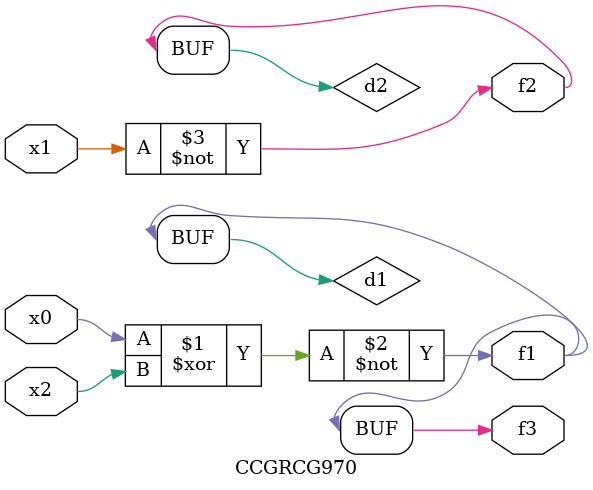
<source format=v>
module CCGRCG970(
	input x0, x1, x2,
	output f1, f2, f3
);

	wire d1, d2, d3;

	xnor (d1, x0, x2);
	nand (d2, x1);
	nor (d3, x1, x2);
	assign f1 = d1;
	assign f2 = d2;
	assign f3 = d1;
endmodule

</source>
